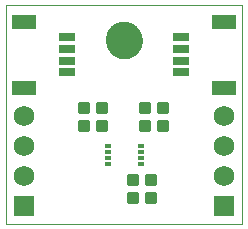
<source format=gts>
G75*
%MOIN*%
%OFA0B0*%
%FSLAX25Y25*%
%IPPOS*%
%LPD*%
%AMOC8*
5,1,8,0,0,1.08239X$1,22.5*
%
%ADD10C,0.00000*%
%ADD11C,0.12211*%
%ADD12C,0.01287*%
%ADD13R,0.06900X0.06900*%
%ADD14C,0.06900*%
%ADD15R,0.05715X0.02762*%
%ADD16R,0.08274X0.05124*%
%ADD17R,0.02369X0.01384*%
D10*
X0001750Y0001350D02*
X0001750Y0074185D01*
X0080490Y0074185D01*
X0080490Y0001350D01*
X0001750Y0001350D01*
X0035214Y0062374D02*
X0035216Y0062527D01*
X0035222Y0062681D01*
X0035232Y0062834D01*
X0035246Y0062986D01*
X0035264Y0063139D01*
X0035286Y0063290D01*
X0035311Y0063441D01*
X0035341Y0063592D01*
X0035375Y0063742D01*
X0035412Y0063890D01*
X0035453Y0064038D01*
X0035498Y0064184D01*
X0035547Y0064330D01*
X0035600Y0064474D01*
X0035656Y0064616D01*
X0035716Y0064757D01*
X0035780Y0064897D01*
X0035847Y0065035D01*
X0035918Y0065171D01*
X0035993Y0065305D01*
X0036070Y0065437D01*
X0036152Y0065567D01*
X0036236Y0065695D01*
X0036324Y0065821D01*
X0036415Y0065944D01*
X0036509Y0066065D01*
X0036607Y0066183D01*
X0036707Y0066299D01*
X0036811Y0066412D01*
X0036917Y0066523D01*
X0037026Y0066631D01*
X0037138Y0066736D01*
X0037252Y0066837D01*
X0037370Y0066936D01*
X0037489Y0067032D01*
X0037611Y0067125D01*
X0037736Y0067214D01*
X0037863Y0067301D01*
X0037992Y0067383D01*
X0038123Y0067463D01*
X0038256Y0067539D01*
X0038391Y0067612D01*
X0038528Y0067681D01*
X0038667Y0067746D01*
X0038807Y0067808D01*
X0038949Y0067866D01*
X0039092Y0067921D01*
X0039237Y0067972D01*
X0039383Y0068019D01*
X0039530Y0068062D01*
X0039678Y0068101D01*
X0039827Y0068137D01*
X0039977Y0068168D01*
X0040128Y0068196D01*
X0040279Y0068220D01*
X0040432Y0068240D01*
X0040584Y0068256D01*
X0040737Y0068268D01*
X0040890Y0068276D01*
X0041043Y0068280D01*
X0041197Y0068280D01*
X0041350Y0068276D01*
X0041503Y0068268D01*
X0041656Y0068256D01*
X0041808Y0068240D01*
X0041961Y0068220D01*
X0042112Y0068196D01*
X0042263Y0068168D01*
X0042413Y0068137D01*
X0042562Y0068101D01*
X0042710Y0068062D01*
X0042857Y0068019D01*
X0043003Y0067972D01*
X0043148Y0067921D01*
X0043291Y0067866D01*
X0043433Y0067808D01*
X0043573Y0067746D01*
X0043712Y0067681D01*
X0043849Y0067612D01*
X0043984Y0067539D01*
X0044117Y0067463D01*
X0044248Y0067383D01*
X0044377Y0067301D01*
X0044504Y0067214D01*
X0044629Y0067125D01*
X0044751Y0067032D01*
X0044870Y0066936D01*
X0044988Y0066837D01*
X0045102Y0066736D01*
X0045214Y0066631D01*
X0045323Y0066523D01*
X0045429Y0066412D01*
X0045533Y0066299D01*
X0045633Y0066183D01*
X0045731Y0066065D01*
X0045825Y0065944D01*
X0045916Y0065821D01*
X0046004Y0065695D01*
X0046088Y0065567D01*
X0046170Y0065437D01*
X0046247Y0065305D01*
X0046322Y0065171D01*
X0046393Y0065035D01*
X0046460Y0064897D01*
X0046524Y0064757D01*
X0046584Y0064616D01*
X0046640Y0064474D01*
X0046693Y0064330D01*
X0046742Y0064184D01*
X0046787Y0064038D01*
X0046828Y0063890D01*
X0046865Y0063742D01*
X0046899Y0063592D01*
X0046929Y0063441D01*
X0046954Y0063290D01*
X0046976Y0063139D01*
X0046994Y0062986D01*
X0047008Y0062834D01*
X0047018Y0062681D01*
X0047024Y0062527D01*
X0047026Y0062374D01*
X0047024Y0062221D01*
X0047018Y0062067D01*
X0047008Y0061914D01*
X0046994Y0061762D01*
X0046976Y0061609D01*
X0046954Y0061458D01*
X0046929Y0061307D01*
X0046899Y0061156D01*
X0046865Y0061006D01*
X0046828Y0060858D01*
X0046787Y0060710D01*
X0046742Y0060564D01*
X0046693Y0060418D01*
X0046640Y0060274D01*
X0046584Y0060132D01*
X0046524Y0059991D01*
X0046460Y0059851D01*
X0046393Y0059713D01*
X0046322Y0059577D01*
X0046247Y0059443D01*
X0046170Y0059311D01*
X0046088Y0059181D01*
X0046004Y0059053D01*
X0045916Y0058927D01*
X0045825Y0058804D01*
X0045731Y0058683D01*
X0045633Y0058565D01*
X0045533Y0058449D01*
X0045429Y0058336D01*
X0045323Y0058225D01*
X0045214Y0058117D01*
X0045102Y0058012D01*
X0044988Y0057911D01*
X0044870Y0057812D01*
X0044751Y0057716D01*
X0044629Y0057623D01*
X0044504Y0057534D01*
X0044377Y0057447D01*
X0044248Y0057365D01*
X0044117Y0057285D01*
X0043984Y0057209D01*
X0043849Y0057136D01*
X0043712Y0057067D01*
X0043573Y0057002D01*
X0043433Y0056940D01*
X0043291Y0056882D01*
X0043148Y0056827D01*
X0043003Y0056776D01*
X0042857Y0056729D01*
X0042710Y0056686D01*
X0042562Y0056647D01*
X0042413Y0056611D01*
X0042263Y0056580D01*
X0042112Y0056552D01*
X0041961Y0056528D01*
X0041808Y0056508D01*
X0041656Y0056492D01*
X0041503Y0056480D01*
X0041350Y0056472D01*
X0041197Y0056468D01*
X0041043Y0056468D01*
X0040890Y0056472D01*
X0040737Y0056480D01*
X0040584Y0056492D01*
X0040432Y0056508D01*
X0040279Y0056528D01*
X0040128Y0056552D01*
X0039977Y0056580D01*
X0039827Y0056611D01*
X0039678Y0056647D01*
X0039530Y0056686D01*
X0039383Y0056729D01*
X0039237Y0056776D01*
X0039092Y0056827D01*
X0038949Y0056882D01*
X0038807Y0056940D01*
X0038667Y0057002D01*
X0038528Y0057067D01*
X0038391Y0057136D01*
X0038256Y0057209D01*
X0038123Y0057285D01*
X0037992Y0057365D01*
X0037863Y0057447D01*
X0037736Y0057534D01*
X0037611Y0057623D01*
X0037489Y0057716D01*
X0037370Y0057812D01*
X0037252Y0057911D01*
X0037138Y0058012D01*
X0037026Y0058117D01*
X0036917Y0058225D01*
X0036811Y0058336D01*
X0036707Y0058449D01*
X0036607Y0058565D01*
X0036509Y0058683D01*
X0036415Y0058804D01*
X0036324Y0058927D01*
X0036236Y0059053D01*
X0036152Y0059181D01*
X0036070Y0059311D01*
X0035993Y0059443D01*
X0035918Y0059577D01*
X0035847Y0059713D01*
X0035780Y0059851D01*
X0035716Y0059991D01*
X0035656Y0060132D01*
X0035600Y0060274D01*
X0035547Y0060418D01*
X0035498Y0060564D01*
X0035453Y0060710D01*
X0035412Y0060858D01*
X0035375Y0061006D01*
X0035341Y0061156D01*
X0035311Y0061307D01*
X0035286Y0061458D01*
X0035264Y0061609D01*
X0035246Y0061762D01*
X0035232Y0061914D01*
X0035222Y0062067D01*
X0035216Y0062221D01*
X0035214Y0062374D01*
D11*
X0041120Y0062374D03*
D12*
X0046943Y0041157D02*
X0046943Y0038543D01*
X0046943Y0041157D02*
X0049557Y0041157D01*
X0049557Y0038543D01*
X0046943Y0038543D01*
X0046943Y0039766D02*
X0049557Y0039766D01*
X0049557Y0040989D02*
X0046943Y0040989D01*
X0046943Y0035157D02*
X0046943Y0032543D01*
X0046943Y0035157D02*
X0049557Y0035157D01*
X0049557Y0032543D01*
X0046943Y0032543D01*
X0046943Y0033766D02*
X0049557Y0033766D01*
X0049557Y0034989D02*
X0046943Y0034989D01*
X0055557Y0035157D02*
X0055557Y0032543D01*
X0052943Y0032543D01*
X0052943Y0035157D01*
X0055557Y0035157D01*
X0055557Y0033766D02*
X0052943Y0033766D01*
X0052943Y0034989D02*
X0055557Y0034989D01*
X0055557Y0038543D02*
X0055557Y0041157D01*
X0055557Y0038543D02*
X0052943Y0038543D01*
X0052943Y0041157D01*
X0055557Y0041157D01*
X0055557Y0039766D02*
X0052943Y0039766D01*
X0052943Y0040989D02*
X0055557Y0040989D01*
X0035057Y0041157D02*
X0035057Y0038543D01*
X0032443Y0038543D01*
X0032443Y0041157D01*
X0035057Y0041157D01*
X0035057Y0039766D02*
X0032443Y0039766D01*
X0032443Y0040989D02*
X0035057Y0040989D01*
X0035057Y0035157D02*
X0035057Y0032543D01*
X0032443Y0032543D01*
X0032443Y0035157D01*
X0035057Y0035157D01*
X0035057Y0033766D02*
X0032443Y0033766D01*
X0032443Y0034989D02*
X0035057Y0034989D01*
X0029057Y0035157D02*
X0029057Y0032543D01*
X0026443Y0032543D01*
X0026443Y0035157D01*
X0029057Y0035157D01*
X0029057Y0033766D02*
X0026443Y0033766D01*
X0026443Y0034989D02*
X0029057Y0034989D01*
X0029057Y0038543D02*
X0029057Y0041157D01*
X0029057Y0038543D02*
X0026443Y0038543D01*
X0026443Y0041157D01*
X0029057Y0041157D01*
X0029057Y0039766D02*
X0026443Y0039766D01*
X0026443Y0040989D02*
X0029057Y0040989D01*
X0042943Y0017157D02*
X0042943Y0014543D01*
X0042943Y0017157D02*
X0045557Y0017157D01*
X0045557Y0014543D01*
X0042943Y0014543D01*
X0042943Y0015766D02*
X0045557Y0015766D01*
X0045557Y0016989D02*
X0042943Y0016989D01*
X0042943Y0011157D02*
X0042943Y0008543D01*
X0042943Y0011157D02*
X0045557Y0011157D01*
X0045557Y0008543D01*
X0042943Y0008543D01*
X0042943Y0009766D02*
X0045557Y0009766D01*
X0045557Y0010989D02*
X0042943Y0010989D01*
X0048943Y0011157D02*
X0048943Y0008543D01*
X0048943Y0011157D02*
X0051557Y0011157D01*
X0051557Y0008543D01*
X0048943Y0008543D01*
X0048943Y0009766D02*
X0051557Y0009766D01*
X0051557Y0010989D02*
X0048943Y0010989D01*
X0048943Y0014543D02*
X0048943Y0017157D01*
X0051557Y0017157D01*
X0051557Y0014543D01*
X0048943Y0014543D01*
X0048943Y0015766D02*
X0051557Y0015766D01*
X0051557Y0016989D02*
X0048943Y0016989D01*
D13*
X0074585Y0007216D03*
X0007656Y0007216D03*
D14*
X0007656Y0017216D03*
X0007656Y0027216D03*
X0007656Y0037216D03*
X0074585Y0037216D03*
X0074585Y0027216D03*
X0074585Y0017216D03*
D15*
X0060018Y0051744D03*
X0060018Y0055681D03*
X0060018Y0059618D03*
X0060018Y0063555D03*
X0022222Y0063555D03*
X0022222Y0059618D03*
X0022222Y0055681D03*
X0022222Y0051744D03*
D16*
X0007754Y0046626D03*
X0007754Y0068673D03*
X0074486Y0068673D03*
X0074486Y0046626D03*
D17*
X0046683Y0027224D03*
X0046683Y0025256D03*
X0046683Y0023287D03*
X0046683Y0021319D03*
X0035856Y0021319D03*
X0035856Y0023287D03*
X0035856Y0025256D03*
X0035856Y0027224D03*
M02*

</source>
